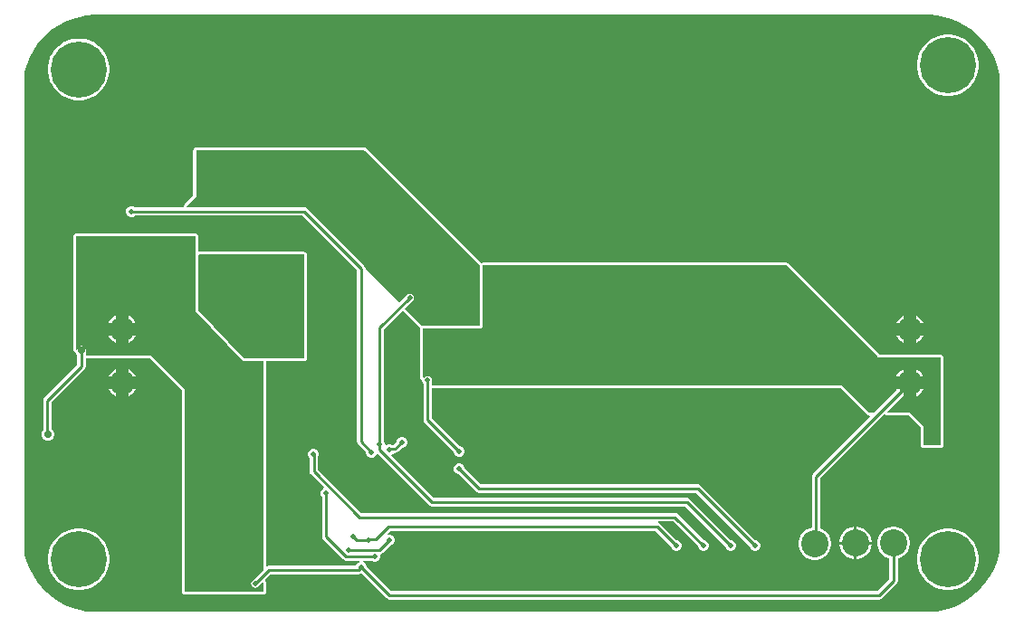
<source format=gbl>
G04*
G04 #@! TF.GenerationSoftware,Altium Limited,Altium Designer,23.8.1 (32)*
G04*
G04 Layer_Physical_Order=4*
G04 Layer_Color=16711680*
%FSLAX44Y44*%
%MOMM*%
G71*
G04*
G04 #@! TF.SameCoordinates,B70ACEF7-E70B-45C2-86D7-E5FBF9B371E4*
G04*
G04*
G04 #@! TF.FilePolarity,Positive*
G04*
G01*
G75*
%ADD13C,0.2540*%
%ADD52C,2.3000*%
%ADD53C,2.5400*%
%ADD55C,0.5080*%
%ADD56C,1.2700*%
%ADD57C,0.7000*%
%ADD65C,5.2500*%
G36*
X1473297Y1235315D02*
X1480026Y1233977D01*
X1486590Y1231985D01*
X1492928Y1229360D01*
X1498978Y1226126D01*
X1504682Y1222315D01*
X1509985Y1217963D01*
X1514836Y1213112D01*
X1519188Y1207809D01*
X1522999Y1202105D01*
X1526233Y1196055D01*
X1528858Y1189717D01*
X1530850Y1183152D01*
X1531620Y1179281D01*
Y733646D01*
X1530850Y729774D01*
X1528859Y723210D01*
X1526233Y716872D01*
X1523000Y710822D01*
X1519188Y705118D01*
X1514836Y699815D01*
X1509985Y694964D01*
X1504682Y690612D01*
X1498978Y686801D01*
X1492928Y683567D01*
X1486590Y680941D01*
X1480025Y678950D01*
X1473297Y677612D01*
X1466470Y676939D01*
X684603D01*
X677776Y677612D01*
X671047Y678950D01*
X664483Y680941D01*
X658145Y683567D01*
X652095Y686801D01*
X646391Y690612D01*
X641088Y694964D01*
X636237Y699815D01*
X631885Y705118D01*
X628074Y710822D01*
X624840Y716872D01*
X622214Y723210D01*
X620223Y729775D01*
X619760Y732102D01*
Y1005840D01*
Y1180824D01*
X620223Y1183153D01*
X622215Y1189717D01*
X624840Y1196055D01*
X628074Y1202105D01*
X631885Y1207809D01*
X636237Y1213112D01*
X641088Y1217963D01*
X646391Y1222315D01*
X652095Y1226126D01*
X658145Y1229360D01*
X664483Y1231985D01*
X671048Y1233977D01*
X677776Y1235315D01*
X684603Y1235988D01*
X1466470D01*
X1473297Y1235315D01*
D02*
G37*
%LPC*%
G36*
X1485626Y1217510D02*
X1481094D01*
X1476618Y1216801D01*
X1472309Y1215401D01*
X1468271Y1213343D01*
X1464605Y1210680D01*
X1461400Y1207475D01*
X1458737Y1203809D01*
X1456679Y1199771D01*
X1455279Y1195462D01*
X1454570Y1190986D01*
Y1186454D01*
X1455279Y1181978D01*
X1456679Y1177669D01*
X1458737Y1173631D01*
X1461400Y1169965D01*
X1464605Y1166760D01*
X1468271Y1164097D01*
X1472309Y1162039D01*
X1476618Y1160639D01*
X1481094Y1159930D01*
X1485626D01*
X1490102Y1160639D01*
X1494411Y1162039D01*
X1498449Y1164097D01*
X1502115Y1166760D01*
X1505320Y1169965D01*
X1507983Y1173631D01*
X1510041Y1177669D01*
X1511441Y1181978D01*
X1512150Y1186454D01*
Y1190986D01*
X1511441Y1195462D01*
X1510041Y1199771D01*
X1507983Y1203809D01*
X1505320Y1207475D01*
X1502115Y1210680D01*
X1498449Y1213343D01*
X1494411Y1215401D01*
X1490102Y1216801D01*
X1485626Y1217510D01*
D02*
G37*
G36*
X672826Y1213710D02*
X668294D01*
X663818Y1213001D01*
X659509Y1211601D01*
X655471Y1209543D01*
X651805Y1206880D01*
X648600Y1203675D01*
X645937Y1200009D01*
X643879Y1195972D01*
X642479Y1191662D01*
X641770Y1187186D01*
Y1182654D01*
X642479Y1178178D01*
X643879Y1173868D01*
X645937Y1169831D01*
X648600Y1166165D01*
X651805Y1162960D01*
X655471Y1160297D01*
X659509Y1158239D01*
X663818Y1156839D01*
X668294Y1156130D01*
X672826D01*
X677302Y1156839D01*
X681611Y1158239D01*
X685649Y1160297D01*
X689315Y1162960D01*
X692520Y1166165D01*
X695183Y1169831D01*
X697241Y1173868D01*
X698641Y1178178D01*
X699350Y1182654D01*
Y1187186D01*
X698641Y1191662D01*
X697241Y1195972D01*
X695183Y1200009D01*
X692520Y1203675D01*
X689315Y1206880D01*
X685649Y1209543D01*
X681611Y1211601D01*
X677302Y1213001D01*
X672826Y1213710D01*
D02*
G37*
G36*
X780288Y1111808D02*
X779297Y1111611D01*
X778457Y1111049D01*
X777895Y1110209D01*
X777698Y1109218D01*
Y1067111D01*
X769291Y1058703D01*
X768729Y1057863D01*
X768532Y1056872D01*
X767944Y1056022D01*
X767471Y1055699D01*
X723390D01*
X722968Y1056121D01*
X721100Y1056894D01*
X719080D01*
X717212Y1056121D01*
X715783Y1054692D01*
X715010Y1052824D01*
Y1050804D01*
X715783Y1048936D01*
X717212Y1047507D01*
X719080Y1046734D01*
X721100D01*
X722968Y1047507D01*
X723390Y1047929D01*
X879517D01*
X930835Y996611D01*
Y836471D01*
X931131Y834984D01*
X931973Y833724D01*
X939327Y826370D01*
Y825773D01*
X940101Y823906D01*
X941530Y822477D01*
X943397Y821703D01*
X945418D01*
X947285Y822477D01*
X948714Y823906D01*
X948987Y824566D01*
X950233Y824813D01*
X998013Y777033D01*
X999273Y776191D01*
X1000760Y775895D01*
X1237911D01*
X1275080Y738726D01*
Y738130D01*
X1275853Y736262D01*
X1277282Y734833D01*
X1279149Y734060D01*
X1281171D01*
X1283038Y734833D01*
X1284467Y736262D01*
X1285240Y738130D01*
Y740151D01*
X1284467Y742018D01*
X1283038Y743447D01*
X1281171Y744220D01*
X1280574D01*
X1242267Y782527D01*
X1241007Y783369D01*
X1239520Y783665D01*
X1002369D01*
X963017Y823017D01*
X963315Y824515D01*
X963999Y824799D01*
X964907Y825706D01*
X966497D01*
X967984Y826002D01*
X969244Y826844D01*
X973234Y830834D01*
X973830D01*
X975698Y831607D01*
X977127Y833036D01*
X977900Y834903D01*
Y836925D01*
X977127Y838792D01*
X975698Y840221D01*
X973830Y840994D01*
X971809D01*
X969942Y840221D01*
X968513Y838792D01*
X967740Y836925D01*
Y836328D01*
X964888Y833476D01*
X963845D01*
X962132Y834185D01*
X960111D01*
X958342Y833452D01*
X957828Y833633D01*
X957072Y834036D01*
Y834893D01*
X956299Y836760D01*
X955877Y837182D01*
Y941239D01*
X973863Y959225D01*
X986229Y946859D01*
X989785Y943303D01*
X989957Y943188D01*
X989788Y942340D01*
Y896381D01*
X989813Y896255D01*
X989801Y896127D01*
X989911Y895763D01*
X989985Y895390D01*
X990057Y895283D01*
X990094Y895161D01*
X990335Y894866D01*
X990547Y894550D01*
X990654Y894479D01*
X990735Y894379D01*
X991071Y894200D01*
X991387Y893989D01*
X991513Y893964D01*
X991626Y893903D01*
X991870Y893829D01*
Y893070D01*
X992643Y891202D01*
X993065Y890780D01*
Y856866D01*
X993361Y855379D01*
X994203Y854119D01*
X1021336Y826986D01*
Y826389D01*
X1022109Y824522D01*
X1023538Y823093D01*
X1025406Y822320D01*
X1027427D01*
X1029294Y823093D01*
X1030723Y824522D01*
X1031496Y826389D01*
Y828410D01*
X1030723Y830278D01*
X1029294Y831707D01*
X1027427Y832480D01*
X1026830D01*
X1000835Y858475D01*
Y886410D01*
X1383227D01*
X1407869Y861769D01*
X1408709Y861207D01*
X1409700Y861010D01*
X1410117D01*
X1410603Y859837D01*
X1357169Y806403D01*
X1356327Y805143D01*
X1356031Y803656D01*
Y755938D01*
X1354455Y755624D01*
X1351681Y754475D01*
X1349185Y752808D01*
X1347062Y750685D01*
X1345394Y748189D01*
X1344246Y745415D01*
X1343660Y742471D01*
Y739469D01*
X1344246Y736525D01*
X1345394Y733751D01*
X1347062Y731255D01*
X1349185Y729132D01*
X1351681Y727465D01*
X1354455Y726316D01*
X1357399Y725730D01*
X1360401D01*
X1363345Y726316D01*
X1366119Y727465D01*
X1368615Y729132D01*
X1370738Y731255D01*
X1372406Y733751D01*
X1373554Y736525D01*
X1374140Y739469D01*
Y742471D01*
X1373554Y745415D01*
X1372406Y748189D01*
X1370738Y750685D01*
X1368615Y752808D01*
X1366119Y754475D01*
X1363801Y755436D01*
Y802047D01*
X1423602Y861848D01*
X1425182Y861769D01*
X1426022Y861207D01*
X1427013Y861010D01*
X1446727D01*
X1457910Y849827D01*
Y833120D01*
X1458107Y832129D01*
X1458669Y831289D01*
X1459509Y830727D01*
X1460500Y830530D01*
X1476756Y830530D01*
X1477747Y830727D01*
X1478587Y831289D01*
X1479149Y832129D01*
X1479346Y833120D01*
Y915162D01*
X1479149Y916153D01*
X1478587Y916993D01*
X1477747Y917555D01*
X1476756Y917752D01*
X1419663D01*
X1334315Y1003099D01*
X1333475Y1003661D01*
X1332484Y1003858D01*
X1048308D01*
X1047317Y1003661D01*
X1047119Y1003529D01*
X939541Y1111050D01*
X939134Y1111322D01*
X938701Y1111610D01*
X938701Y1111611D01*
X938701Y1111611D01*
X938222Y1111706D01*
X937710Y1111808D01*
X780288Y1111808D01*
D02*
G37*
G36*
X1453395Y954522D02*
Y947135D01*
X1460782D01*
X1459035Y950161D01*
X1456421Y952775D01*
X1453395Y954522D01*
D02*
G37*
G36*
X1442205D02*
X1439179Y952775D01*
X1436565Y950161D01*
X1434818Y947135D01*
X1442205D01*
Y954522D01*
D02*
G37*
G36*
X1460782Y935945D02*
X1453395D01*
Y928558D01*
X1456421Y930305D01*
X1459035Y932919D01*
X1460782Y935945D01*
D02*
G37*
G36*
X1442205D02*
X1434818D01*
X1436565Y932919D01*
X1439179Y930305D01*
X1442205Y928558D01*
Y935945D01*
D02*
G37*
G36*
X779526Y1031290D02*
X668020D01*
X667029Y1031093D01*
X666189Y1030531D01*
X665627Y1029691D01*
X665430Y1028700D01*
X665430Y922520D01*
X665504Y922147D01*
X665542Y921768D01*
X665602Y921655D01*
X665627Y921529D01*
X665839Y921213D01*
X666018Y920877D01*
X666117Y920796D01*
X666189Y920689D01*
X666505Y920478D01*
X666799Y920236D01*
X666922Y920199D01*
X667029Y920128D01*
X667375Y920059D01*
X667980Y918599D01*
X669215Y917363D01*
Y908389D01*
X638603Y877777D01*
X637761Y876517D01*
X637465Y875030D01*
Y847553D01*
X636614Y846701D01*
X635694Y844481D01*
Y842079D01*
X636614Y839859D01*
X638313Y838159D01*
X640533Y837240D01*
X642935D01*
X645155Y838159D01*
X646854Y839859D01*
X647774Y842079D01*
Y844481D01*
X646854Y846701D01*
X645235Y848321D01*
Y873421D01*
X675847Y904033D01*
X676689Y905293D01*
X676985Y906780D01*
Y914604D01*
X736797Y914604D01*
X767030Y884371D01*
Y695960D01*
X767227Y694969D01*
X767789Y694129D01*
X768629Y693567D01*
X769620Y693370D01*
X843280Y693370D01*
X844271Y693567D01*
X845111Y694129D01*
X845673Y694969D01*
X845870Y695960D01*
Y704047D01*
X845673Y705038D01*
X845111Y705878D01*
X845032Y707458D01*
X849969Y712395D01*
X932144D01*
X933631Y712691D01*
X934883Y713528D01*
X958499Y689911D01*
X959759Y689069D01*
X961246Y688773D01*
X1419098D01*
X1420585Y689069D01*
X1421845Y689911D01*
X1435307Y703373D01*
X1436149Y704633D01*
X1436445Y706120D01*
Y726914D01*
X1437005Y727026D01*
X1439779Y728175D01*
X1442275Y729842D01*
X1444398Y731965D01*
X1446066Y734461D01*
X1447214Y737235D01*
X1447800Y740179D01*
Y743181D01*
X1447214Y746125D01*
X1446066Y748899D01*
X1444398Y751395D01*
X1442275Y753518D01*
X1439779Y755185D01*
X1437005Y756334D01*
X1434061Y756920D01*
X1431059D01*
X1428115Y756334D01*
X1425341Y755185D01*
X1422845Y753518D01*
X1420722Y751395D01*
X1419055Y748899D01*
X1417906Y746125D01*
X1417320Y743181D01*
Y740179D01*
X1417906Y737235D01*
X1419055Y734461D01*
X1420722Y731965D01*
X1422845Y729842D01*
X1425341Y728175D01*
X1428115Y727026D01*
X1428675Y726914D01*
Y707729D01*
X1417489Y696543D01*
X962855D01*
X939982Y719416D01*
Y720013D01*
X939209Y721880D01*
X937780Y723309D01*
X936532Y723825D01*
X936785Y725095D01*
X944120D01*
X944542Y724673D01*
X946410Y723900D01*
X948430D01*
X950298Y724673D01*
X951727Y726102D01*
X952500Y727970D01*
Y729990D01*
X952396Y730241D01*
X953171Y731690D01*
X953429Y731741D01*
X954689Y732583D01*
X961498Y739392D01*
X962094D01*
X963962Y740165D01*
X965391Y741594D01*
X966164Y743462D01*
Y745482D01*
X965391Y747350D01*
X963962Y748779D01*
X962094Y749552D01*
X960073D01*
X959746Y749416D01*
X959026Y750493D01*
X961569Y753035D01*
X1209971D01*
X1224280Y738726D01*
Y738130D01*
X1225053Y736262D01*
X1226482Y734833D01*
X1228350Y734060D01*
X1230370D01*
X1232238Y734833D01*
X1233667Y736262D01*
X1234440Y738130D01*
Y740151D01*
X1233667Y742018D01*
X1232238Y743447D01*
X1230370Y744220D01*
X1229774D01*
X1214327Y759667D01*
X1213067Y760509D01*
X1212331Y760655D01*
X1212456Y761925D01*
X1226481D01*
X1249680Y738726D01*
Y738130D01*
X1250453Y736262D01*
X1251882Y734833D01*
X1253749Y734060D01*
X1255770D01*
X1257638Y734833D01*
X1259067Y736262D01*
X1259840Y738130D01*
Y740151D01*
X1259067Y742018D01*
X1257638Y743447D01*
X1255770Y744220D01*
X1255174D01*
X1230837Y768557D01*
X1229577Y769399D01*
X1228090Y769695D01*
X935059D01*
X894387Y810367D01*
Y822015D01*
X895096Y823727D01*
Y825749D01*
X894323Y827616D01*
X892894Y829045D01*
X891027Y829818D01*
X889006D01*
X887138Y829045D01*
X885709Y827616D01*
X884936Y825749D01*
Y823727D01*
X885709Y821860D01*
X886617Y820953D01*
Y808758D01*
X886913Y807271D01*
X887755Y806011D01*
X899840Y793926D01*
X899593Y792680D01*
X899082Y792469D01*
X897653Y791040D01*
X896880Y789173D01*
Y787151D01*
X897653Y785284D01*
X898075Y784862D01*
Y747680D01*
X898371Y746194D01*
X899213Y744933D01*
X917913Y726233D01*
X919173Y725391D01*
X920660Y725095D01*
X933019D01*
X933272Y723825D01*
X932024Y723309D01*
X930595Y721880D01*
X929885Y720165D01*
X848360D01*
X847140Y719922D01*
X845870Y720609D01*
X845870Y891247D01*
X845870Y911810D01*
X881380Y911810D01*
X882371Y912007D01*
X883211Y912569D01*
X883773Y913409D01*
X883970Y914400D01*
Y1011428D01*
X883773Y1012419D01*
X883211Y1013259D01*
X882371Y1013821D01*
X881380Y1014018D01*
X783078Y1014018D01*
X783057Y1014036D01*
X782165Y1015054D01*
X782116Y1028709D01*
X782017Y1029198D01*
X781919Y1029691D01*
X781916Y1029695D01*
X781915Y1029700D01*
X781636Y1030114D01*
X781357Y1030531D01*
X781353Y1030534D01*
X781351Y1030538D01*
X780935Y1030813D01*
X780517Y1031093D01*
X780512Y1031094D01*
X780508Y1031096D01*
X780020Y1031191D01*
X779526Y1031290D01*
D02*
G37*
G36*
X716795Y904522D02*
Y897135D01*
X724182D01*
X722435Y900161D01*
X719821Y902775D01*
X716795Y904522D01*
D02*
G37*
G36*
X705605Y904522D02*
X702579Y902775D01*
X699965Y900161D01*
X698218Y897135D01*
X705605D01*
Y904522D01*
D02*
G37*
G36*
Y885945D02*
X698218D01*
X699965Y882919D01*
X702579Y880305D01*
X705605Y878558D01*
Y885945D01*
D02*
G37*
G36*
X724182D02*
X716795D01*
Y878558D01*
X719821Y880305D01*
X722435Y882919D01*
X724182Y885945D01*
D02*
G37*
G36*
X1398501Y756920D02*
X1398270D01*
Y742950D01*
X1412240D01*
Y743181D01*
X1411654Y746125D01*
X1410506Y748899D01*
X1408838Y751395D01*
X1406715Y753518D01*
X1404219Y755185D01*
X1401445Y756334D01*
X1398501Y756920D01*
D02*
G37*
G36*
X1395730D02*
X1395499D01*
X1392555Y756334D01*
X1389781Y755185D01*
X1387285Y753518D01*
X1385162Y751395D01*
X1383495Y748899D01*
X1382346Y746125D01*
X1381760Y743181D01*
Y742950D01*
X1395730D01*
Y756920D01*
D02*
G37*
G36*
X1027427Y815980D02*
X1025406D01*
X1023538Y815207D01*
X1022109Y813778D01*
X1021336Y811910D01*
Y809890D01*
X1022109Y808022D01*
X1023538Y806593D01*
X1025406Y805820D01*
X1026002D01*
X1042089Y789733D01*
X1043349Y788891D01*
X1044836Y788595D01*
X1248071D01*
X1297940Y738726D01*
Y738130D01*
X1298713Y736262D01*
X1300142Y734833D01*
X1302009Y734060D01*
X1304030D01*
X1305898Y734833D01*
X1307327Y736262D01*
X1308100Y738130D01*
Y740151D01*
X1307327Y742018D01*
X1305898Y743447D01*
X1304030Y744220D01*
X1303434D01*
X1252427Y795227D01*
X1251167Y796069D01*
X1249680Y796365D01*
X1046445D01*
X1031496Y811314D01*
Y811910D01*
X1030723Y813778D01*
X1029294Y815207D01*
X1027427Y815980D01*
D02*
G37*
G36*
X1412240Y740410D02*
X1398270D01*
Y726440D01*
X1398501D01*
X1401445Y727026D01*
X1404219Y728175D01*
X1406715Y729842D01*
X1408838Y731965D01*
X1410506Y734461D01*
X1411654Y737235D01*
X1412240Y740179D01*
Y740410D01*
D02*
G37*
G36*
X1395730D02*
X1381760D01*
Y740179D01*
X1382346Y737235D01*
X1383495Y734461D01*
X1385162Y731965D01*
X1387285Y729842D01*
X1389781Y728175D01*
X1392555Y727026D01*
X1395499Y726440D01*
X1395730D01*
Y740410D01*
D02*
G37*
G36*
X1485626Y755230D02*
X1481094D01*
X1476618Y754521D01*
X1472309Y753121D01*
X1468271Y751063D01*
X1464605Y748400D01*
X1461400Y745195D01*
X1458737Y741529D01*
X1456679Y737492D01*
X1455279Y733182D01*
X1454570Y728706D01*
Y724174D01*
X1455279Y719698D01*
X1456679Y715388D01*
X1458737Y711351D01*
X1461400Y707685D01*
X1464605Y704480D01*
X1468271Y701817D01*
X1472309Y699759D01*
X1476618Y698359D01*
X1481094Y697650D01*
X1485626D01*
X1490102Y698359D01*
X1494411Y699759D01*
X1498449Y701817D01*
X1502115Y704480D01*
X1505320Y707685D01*
X1507983Y711351D01*
X1510041Y715388D01*
X1511441Y719698D01*
X1512150Y724174D01*
Y728706D01*
X1511441Y733182D01*
X1510041Y737492D01*
X1507983Y741529D01*
X1505320Y745195D01*
X1502115Y748400D01*
X1498449Y751063D01*
X1494411Y753121D01*
X1490102Y754521D01*
X1485626Y755230D01*
D02*
G37*
G36*
X672826D02*
X668294D01*
X663818Y754521D01*
X659509Y753121D01*
X655471Y751063D01*
X651805Y748400D01*
X648600Y745195D01*
X645937Y741529D01*
X643879Y737492D01*
X642479Y733182D01*
X641770Y728706D01*
Y724174D01*
X642479Y719698D01*
X643879Y715388D01*
X645937Y711351D01*
X648600Y707685D01*
X651805Y704480D01*
X655471Y701817D01*
X659509Y699759D01*
X663818Y698359D01*
X668294Y697650D01*
X672826D01*
X677302Y698359D01*
X681611Y699759D01*
X685649Y701817D01*
X689315Y704480D01*
X692520Y707685D01*
X695183Y711351D01*
X697241Y715388D01*
X698641Y719698D01*
X699350Y724174D01*
Y728706D01*
X698641Y733182D01*
X697241Y737492D01*
X695183Y741529D01*
X692520Y745195D01*
X689315Y748400D01*
X685649Y751063D01*
X681611Y753121D01*
X677302Y754521D01*
X672826Y755230D01*
D02*
G37*
%LPD*%
G36*
X937710Y1109218D02*
X1045718Y1001268D01*
Y945134D01*
X991616D01*
X988060Y948690D01*
X975694Y961056D01*
X982933Y968295D01*
X983775Y969555D01*
X984071Y971042D01*
X983775Y972529D01*
X982933Y973789D01*
X981673Y974631D01*
X980186Y974927D01*
X978699Y974631D01*
X977439Y973789D01*
X970200Y966550D01*
X938605Y998145D01*
Y998220D01*
X938309Y999707D01*
X937467Y1000967D01*
X883873Y1054561D01*
X882613Y1055403D01*
X881126Y1055699D01*
X771608D01*
X771122Y1056872D01*
X780288Y1066038D01*
Y1109218D01*
X937710Y1109218D01*
D02*
G37*
G36*
X1418590Y915162D02*
X1476756D01*
Y833120D01*
X1460500Y833120D01*
Y850900D01*
X1447800Y863600D01*
X1427013D01*
X1426527Y864773D01*
X1440939Y879185D01*
X1442205Y878661D01*
Y885945D01*
X1434921D01*
X1435445Y884679D01*
X1414366Y863600D01*
X1409700D01*
X1384300Y889000D01*
X1000835D01*
Y894080D01*
X1000539Y895567D01*
X999697Y896827D01*
X998437Y897669D01*
X996950Y897965D01*
X995463Y897669D01*
X994203Y896827D01*
X993648Y895996D01*
X992378Y896381D01*
Y942340D01*
X1046226D01*
Y942645D01*
X1046709Y942741D01*
X1047549Y943303D01*
X1048111Y944143D01*
X1048308Y945134D01*
Y1001268D01*
X1332484D01*
X1418590Y915162D01*
D02*
G37*
%LPC*%
G36*
X1453395Y904419D02*
Y897135D01*
X1460679D01*
X1460064Y898621D01*
X1457813Y901553D01*
X1454881Y903804D01*
X1453395Y904419D01*
D02*
G37*
G36*
X1442205D02*
X1440719Y903804D01*
X1437787Y901553D01*
X1435536Y898621D01*
X1434921Y897135D01*
X1442205D01*
Y904419D01*
D02*
G37*
G36*
X1460679Y885945D02*
X1453395D01*
Y878661D01*
X1454881Y879276D01*
X1457813Y881527D01*
X1460064Y884459D01*
X1460679Y885945D01*
D02*
G37*
%LPD*%
G36*
X881380Y914400D02*
X843530Y914400D01*
X843280Y914450D01*
X824918D01*
X782366Y959482D01*
X782181Y1010528D01*
X783078Y1011428D01*
X881380Y1011428D01*
Y914400D01*
D02*
G37*
G36*
X779780Y958448D02*
X823849Y911810D01*
X823899Y911860D01*
X843280D01*
X843280Y891247D01*
X843280Y716694D01*
X832913Y706327D01*
X832071Y705067D01*
X831775Y703580D01*
X832071Y702093D01*
X832913Y700833D01*
X834173Y699991D01*
X835660Y699695D01*
X837147Y699991D01*
X838407Y700833D01*
X842107Y704533D01*
X843280Y704047D01*
Y695960D01*
X769620Y695960D01*
Y885444D01*
X737870Y917194D01*
X676985Y917194D01*
Y922020D01*
X676689Y923507D01*
X675847Y924767D01*
X674587Y925609D01*
X673100Y925905D01*
X671613Y925609D01*
X670353Y924767D01*
X669511Y923507D01*
X669290Y922395D01*
X668020Y922520D01*
X668020Y1028700D01*
X779526D01*
X779780Y958448D01*
D02*
G37*
%LPC*%
G36*
X716795Y954419D02*
Y947135D01*
X724079D01*
X723464Y948621D01*
X721213Y951553D01*
X718281Y953804D01*
X716795Y954419D01*
D02*
G37*
G36*
X705605Y954419D02*
X704119Y953804D01*
X701187Y951553D01*
X698936Y948621D01*
X698321Y947135D01*
X705605D01*
Y954419D01*
D02*
G37*
G36*
Y935945D02*
X698321D01*
X698936Y934459D01*
X701187Y931526D01*
X704119Y929276D01*
X705605Y928661D01*
Y935945D01*
D02*
G37*
G36*
X724079D02*
X716795D01*
Y928661D01*
X718281Y929276D01*
X721213Y931526D01*
X723464Y934459D01*
X724079Y935945D01*
D02*
G37*
%LPD*%
D13*
X901960Y747680D02*
X920660Y728980D01*
X901960Y747680D02*
Y788162D01*
X933450Y765810D02*
X1228090D01*
X890502Y808758D02*
X933450Y765810D01*
X890502Y808758D02*
Y824252D01*
X641350Y842516D02*
Y875030D01*
X673100Y906780D02*
Y922020D01*
X641350Y875030D02*
X673100Y906780D01*
X1228090Y765810D02*
X1254760Y739140D01*
X890016Y824738D02*
X890502Y824252D01*
X951992Y828548D02*
Y942848D01*
Y828548D02*
X1000760Y779780D01*
X1239520D01*
X996950Y856866D02*
Y894080D01*
Y856866D02*
X1026416Y827400D01*
X934866Y719002D02*
X934902D01*
X848360Y716280D02*
X932144D01*
X835660Y703580D02*
X848360Y716280D01*
X932144D02*
X934866Y719002D01*
X720090Y1051814D02*
X881126D01*
X934720Y998220D01*
Y836471D02*
Y998220D01*
Y836471D02*
X944408Y826783D01*
X1432560Y706120D02*
Y737870D01*
X961246Y692658D02*
X1419098D01*
X1432560Y706120D01*
X711092Y941432D02*
X711200Y941540D01*
X961122Y829105D02*
X961608Y829591D01*
X966497D01*
X972820Y835914D01*
X930284Y744472D02*
X941584D01*
X927356Y747400D02*
X930284Y744472D01*
X951992Y942848D02*
X980186Y971042D01*
X934902Y719002D02*
X961246Y692658D01*
X1359916Y803656D02*
X1447800Y891540D01*
X1359916Y736600D02*
Y803656D01*
X1044836Y792480D02*
X1249680D01*
X1239520Y779780D02*
X1280160Y739140D01*
X959960Y756920D02*
X1211580D01*
X1249680Y792480D02*
X1303020Y739140D01*
X1211580Y756920D02*
X1229360Y739140D01*
X1026416Y810900D02*
X1044836Y792480D01*
X947934Y744894D02*
X959960Y756920D01*
X942006Y744894D02*
X947934D01*
X941584Y744472D02*
X942006Y744894D01*
X951942Y735330D02*
X961084Y744472D01*
X923290Y735330D02*
X951942D01*
X920660Y728980D02*
X947420D01*
D52*
X1447800Y891540D02*
D03*
Y941540D02*
D03*
X711200Y891540D02*
D03*
Y941540D02*
D03*
D53*
X1358900Y740970D02*
D03*
X1432560Y741680D02*
D03*
X1397000D02*
D03*
D55*
X901960Y788162D02*
D03*
X720090Y1072134D02*
D03*
X969264Y784606D02*
D03*
X946404D02*
D03*
X957834D02*
D03*
X969264Y773938D02*
D03*
X946404D02*
D03*
X969264Y795020D02*
D03*
X946404D02*
D03*
X957834Y773938D02*
D03*
Y795020D02*
D03*
X1229360Y739140D02*
D03*
X996950Y894080D02*
D03*
X835660Y703580D02*
D03*
X961122Y829105D02*
D03*
X951992Y833882D02*
D03*
X972820Y835914D02*
D03*
X927356Y747400D02*
D03*
X720090Y1051814D02*
D03*
X1303020Y739140D02*
D03*
X1254760D02*
D03*
X1280160D02*
D03*
X961084Y744472D02*
D03*
X934902Y719002D02*
D03*
X1026416Y810900D02*
D03*
X890016Y824738D02*
D03*
X980186Y971042D02*
D03*
X944408Y826783D02*
D03*
X1026416Y827400D02*
D03*
X923290Y735330D02*
D03*
X941584Y744472D02*
D03*
X947420Y728980D02*
D03*
D56*
X1306830Y932000D02*
D03*
X1250950D02*
D03*
X1012190Y868680D02*
D03*
X1029970D02*
D03*
X1047750D02*
D03*
X1370330Y857250D02*
D03*
X1344930D02*
D03*
X1515110Y958850D02*
D03*
X1203960Y970280D02*
D03*
X1257300D02*
D03*
X1313180D02*
D03*
X887730Y793750D02*
D03*
Y731520D02*
D03*
Y850900D02*
D03*
X974090Y872490D02*
D03*
X972820Y913130D02*
D03*
X1197610Y932000D02*
D03*
X1141730D02*
D03*
X1087120D02*
D03*
X930910Y1028700D02*
D03*
X966470Y1059180D02*
D03*
Y993140D02*
D03*
X930910Y1092200D02*
D03*
X859790Y995680D02*
D03*
X905510Y957580D02*
D03*
X920750Y924560D02*
D03*
X808990Y995680D02*
D03*
X783810Y1200000D02*
D03*
X1173810Y1020000D02*
D03*
X1023810Y1200000D02*
D03*
X1203810Y1080000D02*
D03*
X1233810Y1140000D02*
D03*
X1203810Y1200000D02*
D03*
X1323810Y1080000D02*
D03*
X1503810Y845820D02*
D03*
X1443810Y1080000D02*
D03*
X753810Y780000D02*
D03*
X1197610Y844550D02*
D03*
X1413810Y1020000D02*
D03*
X663810Y1080000D02*
D03*
X843810Y1200000D02*
D03*
X1087120Y844550D02*
D03*
X1293810Y780000D02*
D03*
X1083810Y720000D02*
D03*
X1023810Y1080000D02*
D03*
X1473810Y1020000D02*
D03*
X723810Y720000D02*
D03*
X1141730Y844550D02*
D03*
X1143810Y1200000D02*
D03*
X1473810Y780000D02*
D03*
X1083810Y1080000D02*
D03*
X1413810Y780000D02*
D03*
X813810Y1140000D02*
D03*
X693810D02*
D03*
X933810D02*
D03*
X1250950Y844550D02*
D03*
X1173810Y1140000D02*
D03*
X1203810Y720000D02*
D03*
X693810Y780000D02*
D03*
X903810Y1200000D02*
D03*
X1113810Y1020000D02*
D03*
X993810Y1140000D02*
D03*
X1143810Y1080000D02*
D03*
X1293810Y1140000D02*
D03*
X1503810Y1080000D02*
D03*
X1383810D02*
D03*
Y1200000D02*
D03*
X753810Y1140000D02*
D03*
X1353810Y1020000D02*
D03*
Y1140000D02*
D03*
X1473810D02*
D03*
X1143810Y720000D02*
D03*
X1263810Y1080000D02*
D03*
X1323810Y1200000D02*
D03*
X1053810Y1140000D02*
D03*
Y1020000D02*
D03*
X723810Y1200000D02*
D03*
X1293810Y1020000D02*
D03*
X1113810Y1140000D02*
D03*
X963810Y1200000D02*
D03*
X1263810D02*
D03*
X1413810Y1140000D02*
D03*
X1233810Y1020000D02*
D03*
X873810Y1140000D02*
D03*
X1443810Y1200000D02*
D03*
X1306830Y844550D02*
D03*
X1323810Y720000D02*
D03*
X795020Y734060D02*
D03*
X774700Y927100D02*
D03*
X690880Y1005840D02*
D03*
X795020Y850900D02*
D03*
Y795020D02*
D03*
X810000Y900000D02*
D03*
D57*
X673100Y922020D02*
D03*
X641734Y843280D02*
D03*
D65*
X1483360Y1188720D02*
D03*
X670560Y1184920D02*
D03*
X1483360Y726440D02*
D03*
X670560D02*
D03*
M02*

</source>
